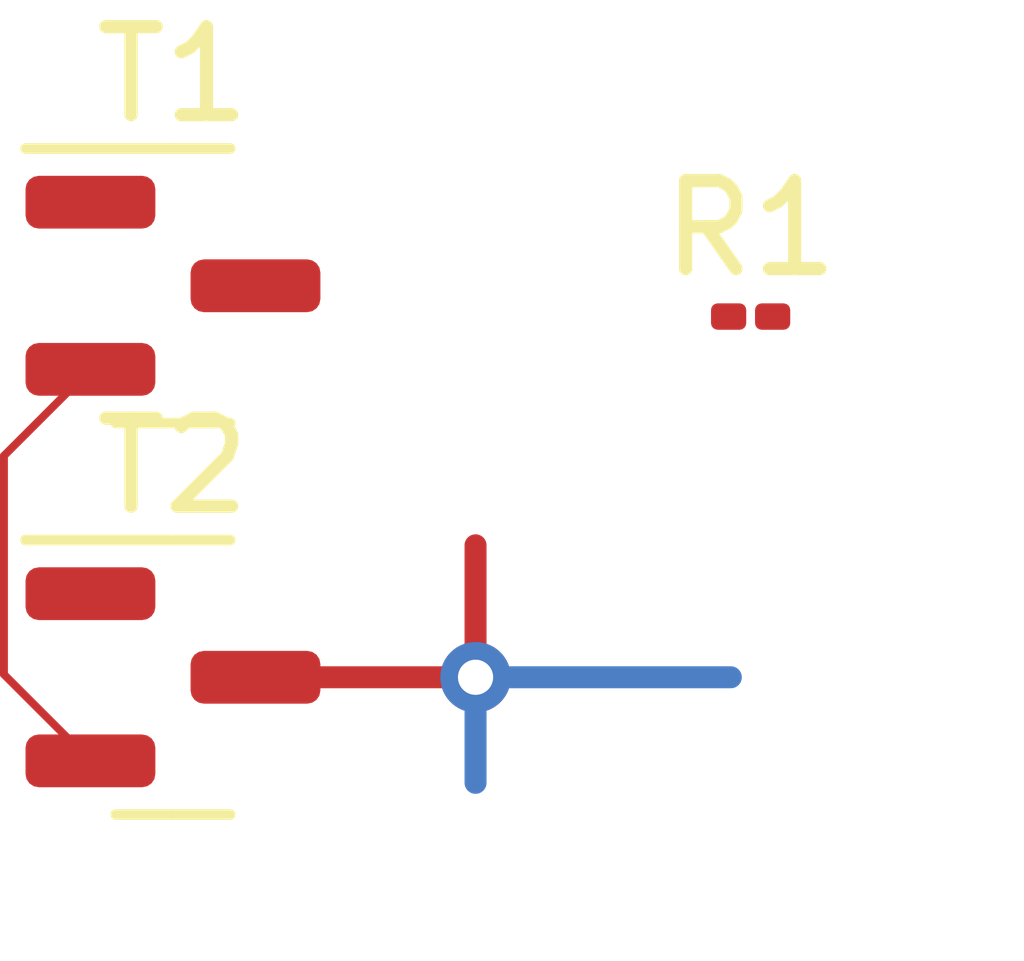
<source format=kicad_pcb>
(kicad_pcb (version 20221018) (generator pcbnew)
  (layers (0 "F.Cu" signal) (1 "In1.Cu" signal) (2 "In2.Cu" signal) (31 "B.Cu" signal) (34 "B.Paste" user) (35 "F.Paste" user) (36 "B.SilkS" user "B.Silkscreen") (37 "F.SilkS" user "F.Silkscreen") (38 "B.Mask" user) (39 "F.Mask" user) (44 "Edge.Cuts" user))
  (net 0 "")
  (net 6 "unconnected-(T2-D-Pad3)")
  (net 7 "Net-(T1-D)")
  (footprint "Package_TO_SOT_SMD:SOT-23" (layer "F.Cu") (at 34.0625 35.55)
    (fp_text reference "T1" (at 0 -2.4) (layer "F.SilkS"))
    (fp_text value "~")
    (fp_line (start 0 -1.56) (end -1.675 -1.56) (stroke (width 0.12)) (layer "F.SilkS"))
    (fp_line (start 0 -1.56) (end 0.65 -1.56) (stroke (width 0.12)) (layer "F.SilkS"))
    (fp_line (start 0 1.56) (end -0.65 1.56) (stroke (width 0.12)) (layer "F.SilkS"))
    (fp_line (start 0 1.56) (end 0.65 1.56) (stroke (width 0.12)) (layer "F.SilkS"))
    (pad "1" smd roundrect (at -0.9375 -0.95) (size 1.475 0.6) (layers "F.Cu" "F.Paste" "F.Mask"))
    (pad "2" smd roundrect (at -0.9375 0.95) (size 1.475 0.6) (layers "F.Cu" "F.Paste" "F.Mask") (net 7 "Net-(T1-D)"))
    (pad "3" smd roundrect (at 0.9375 0) (size 1.475 0.6) (layers "F.Cu" "F.Paste" "F.Mask"))
  )
  (footprint "Package_TO_SOT_SMD:SOT-23" (layer "F.Cu") (at 34.0625 40)
    (fp_text reference "T2" (at 0 -2.4) (layer "F.SilkS"))
    (fp_text value "~")
    (fp_line (start 0 -1.56) (end -1.675 -1.56) (stroke (width 0.12)) (layer "F.SilkS"))
    (fp_line (start 0 -1.56) (end 0.65 -1.56) (stroke (width 0.12)) (layer "F.SilkS"))
    (fp_line (start 0 1.56) (end -0.65 1.56) (stroke (width 0.12)) (layer "F.SilkS"))
    (fp_line (start 0 1.56) (end 0.65 1.56) (stroke (width 0.12)) (layer "F.SilkS"))
    (pad "1" smd roundrect (at -0.9375 -0.95) (size 1.475 0.6) (layers "F.Cu" "F.Paste" "F.Mask"))
    (pad "2" smd roundrect (at -0.9375 0.95) (size 1.475 0.6) (layers "F.Cu" "F.Paste" "F.Mask") (net 7 "Net-(T1-D)"))
    (pad "3" smd roundrect (at 0.9375 0) (size 1.475 0.6) (layers "F.Cu" "F.Paste" "F.Mask") (net 6 "unconnected-(T2-D-Pad3)"))
  )
  (footprint "Resistor_SMD:R_01005_0402Metric" (layer "F.Cu") (at 40.625 35.9)
    (fp_text reference "R1" (at 0 -1) (layer "F.SilkS"))
    (fp_text value "R_Small")
    (pad "1" smd roundrect (at -0.25 0) (size 0.4 0.3) (layers "F.Cu" "F.Mask"))
    (pad "2" smd roundrect (at 0.25 0) (size 0.4 0.3) (layers "F.Cu" "F.Mask"))
  )
  (segment (start 35 40) (end 37.5 40) (width 0.25) (layer "F.Cu") (net 6))
  (segment (start 37.5 40) (end 37.5 38.5) (width 0.25) (layer "F.Cu") (net 6))
  (via (at 37.5 40) (size 0.8) (drill 0.4) (layers "F.Cu" "B.Cu") (net 6))
  (segment (start 37.5 40) (end 40.4 40) (width 0.25) (layer "B.Cu") (net 6))
  (segment (start 37.5 40) (end 37.5 41.2) (width 0.25) (layer "B.Cu") (net 6))
  (segment (start 32.1425 39.9675) (end 33.125 40.95) (width 0.09) (layer "F.Cu") (net 7))
  (segment (start 33.125 36.5) (end 32.1425 37.4825) (width 0.09) (layer "F.Cu") (net 7))
  (segment (start 32.1425 37.4825) (end 32.1425 39.9675) (width 0.09) (layer "F.Cu") (net 7))
)
</source>
